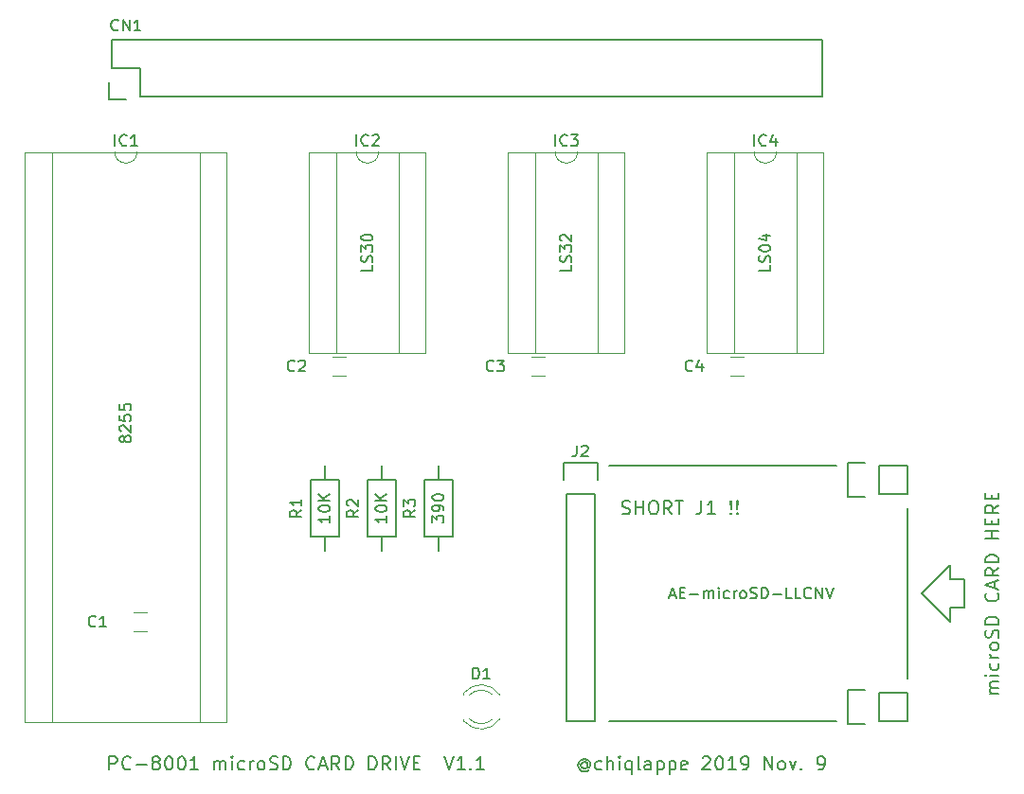
<source format=gbr>
G04 #@! TF.FileFunction,Legend,Top*
%FSLAX46Y46*%
G04 Gerber Fmt 4.6, Leading zero omitted, Abs format (unit mm)*
G04 Created by KiCad (PCBNEW 4.0.7) date *
%MOMM*%
%LPD*%
G01*
G04 APERTURE LIST*
%ADD10C,0.100000*%
%ADD11C,0.150000*%
%ADD12C,0.200000*%
%ADD13C,0.120000*%
G04 APERTURE END LIST*
D10*
D11*
X147886429Y-129511429D02*
X147829287Y-129454286D01*
X147715001Y-129397143D01*
X147600715Y-129397143D01*
X147486429Y-129454286D01*
X147429287Y-129511429D01*
X147372144Y-129625714D01*
X147372144Y-129740000D01*
X147429287Y-129854286D01*
X147486429Y-129911429D01*
X147600715Y-129968571D01*
X147715001Y-129968571D01*
X147829287Y-129911429D01*
X147886429Y-129854286D01*
X147886429Y-129397143D02*
X147886429Y-129854286D01*
X147943572Y-129911429D01*
X148000715Y-129911429D01*
X148115001Y-129854286D01*
X148172144Y-129740000D01*
X148172144Y-129454286D01*
X148057858Y-129282857D01*
X147886429Y-129168571D01*
X147657858Y-129111429D01*
X147429287Y-129168571D01*
X147257858Y-129282857D01*
X147143572Y-129454286D01*
X147086429Y-129682857D01*
X147143572Y-129911429D01*
X147257858Y-130082857D01*
X147429287Y-130197143D01*
X147657858Y-130254286D01*
X147886429Y-130197143D01*
X148057858Y-130082857D01*
X149200715Y-130025714D02*
X149086429Y-130082857D01*
X148857858Y-130082857D01*
X148743572Y-130025714D01*
X148686429Y-129968571D01*
X148629286Y-129854286D01*
X148629286Y-129511429D01*
X148686429Y-129397143D01*
X148743572Y-129340000D01*
X148857858Y-129282857D01*
X149086429Y-129282857D01*
X149200715Y-129340000D01*
X149715000Y-130082857D02*
X149715000Y-128882857D01*
X150229286Y-130082857D02*
X150229286Y-129454286D01*
X150172143Y-129340000D01*
X150057857Y-129282857D01*
X149886429Y-129282857D01*
X149772143Y-129340000D01*
X149715000Y-129397143D01*
X150800714Y-130082857D02*
X150800714Y-129282857D01*
X150800714Y-128882857D02*
X150743571Y-128940000D01*
X150800714Y-128997143D01*
X150857857Y-128940000D01*
X150800714Y-128882857D01*
X150800714Y-128997143D01*
X151886429Y-129282857D02*
X151886429Y-130482857D01*
X151886429Y-130025714D02*
X151772143Y-130082857D01*
X151543572Y-130082857D01*
X151429286Y-130025714D01*
X151372143Y-129968571D01*
X151315000Y-129854286D01*
X151315000Y-129511429D01*
X151372143Y-129397143D01*
X151429286Y-129340000D01*
X151543572Y-129282857D01*
X151772143Y-129282857D01*
X151886429Y-129340000D01*
X152629286Y-130082857D02*
X152515000Y-130025714D01*
X152457857Y-129911429D01*
X152457857Y-128882857D01*
X153600714Y-130082857D02*
X153600714Y-129454286D01*
X153543571Y-129340000D01*
X153429285Y-129282857D01*
X153200714Y-129282857D01*
X153086428Y-129340000D01*
X153600714Y-130025714D02*
X153486428Y-130082857D01*
X153200714Y-130082857D01*
X153086428Y-130025714D01*
X153029285Y-129911429D01*
X153029285Y-129797143D01*
X153086428Y-129682857D01*
X153200714Y-129625714D01*
X153486428Y-129625714D01*
X153600714Y-129568571D01*
X154172142Y-129282857D02*
X154172142Y-130482857D01*
X154172142Y-129340000D02*
X154286428Y-129282857D01*
X154514999Y-129282857D01*
X154629285Y-129340000D01*
X154686428Y-129397143D01*
X154743571Y-129511429D01*
X154743571Y-129854286D01*
X154686428Y-129968571D01*
X154629285Y-130025714D01*
X154514999Y-130082857D01*
X154286428Y-130082857D01*
X154172142Y-130025714D01*
X155257856Y-129282857D02*
X155257856Y-130482857D01*
X155257856Y-129340000D02*
X155372142Y-129282857D01*
X155600713Y-129282857D01*
X155714999Y-129340000D01*
X155772142Y-129397143D01*
X155829285Y-129511429D01*
X155829285Y-129854286D01*
X155772142Y-129968571D01*
X155714999Y-130025714D01*
X155600713Y-130082857D01*
X155372142Y-130082857D01*
X155257856Y-130025714D01*
X156800713Y-130025714D02*
X156686427Y-130082857D01*
X156457856Y-130082857D01*
X156343570Y-130025714D01*
X156286427Y-129911429D01*
X156286427Y-129454286D01*
X156343570Y-129340000D01*
X156457856Y-129282857D01*
X156686427Y-129282857D01*
X156800713Y-129340000D01*
X156857856Y-129454286D01*
X156857856Y-129568571D01*
X156286427Y-129682857D01*
X158229284Y-128997143D02*
X158286427Y-128940000D01*
X158400713Y-128882857D01*
X158686427Y-128882857D01*
X158800713Y-128940000D01*
X158857856Y-128997143D01*
X158914999Y-129111429D01*
X158914999Y-129225714D01*
X158857856Y-129397143D01*
X158172142Y-130082857D01*
X158914999Y-130082857D01*
X159657856Y-128882857D02*
X159772141Y-128882857D01*
X159886427Y-128940000D01*
X159943570Y-128997143D01*
X160000713Y-129111429D01*
X160057856Y-129340000D01*
X160057856Y-129625714D01*
X160000713Y-129854286D01*
X159943570Y-129968571D01*
X159886427Y-130025714D01*
X159772141Y-130082857D01*
X159657856Y-130082857D01*
X159543570Y-130025714D01*
X159486427Y-129968571D01*
X159429284Y-129854286D01*
X159372141Y-129625714D01*
X159372141Y-129340000D01*
X159429284Y-129111429D01*
X159486427Y-128997143D01*
X159543570Y-128940000D01*
X159657856Y-128882857D01*
X161200713Y-130082857D02*
X160514998Y-130082857D01*
X160857856Y-130082857D02*
X160857856Y-128882857D01*
X160743570Y-129054286D01*
X160629284Y-129168571D01*
X160514998Y-129225714D01*
X161772141Y-130082857D02*
X162000713Y-130082857D01*
X162114998Y-130025714D01*
X162172141Y-129968571D01*
X162286427Y-129797143D01*
X162343570Y-129568571D01*
X162343570Y-129111429D01*
X162286427Y-128997143D01*
X162229284Y-128940000D01*
X162114998Y-128882857D01*
X161886427Y-128882857D01*
X161772141Y-128940000D01*
X161714998Y-128997143D01*
X161657855Y-129111429D01*
X161657855Y-129397143D01*
X161714998Y-129511429D01*
X161772141Y-129568571D01*
X161886427Y-129625714D01*
X162114998Y-129625714D01*
X162229284Y-129568571D01*
X162286427Y-129511429D01*
X162343570Y-129397143D01*
X163772141Y-130082857D02*
X163772141Y-128882857D01*
X164457856Y-130082857D01*
X164457856Y-128882857D01*
X165200713Y-130082857D02*
X165086427Y-130025714D01*
X165029284Y-129968571D01*
X164972141Y-129854286D01*
X164972141Y-129511429D01*
X165029284Y-129397143D01*
X165086427Y-129340000D01*
X165200713Y-129282857D01*
X165372141Y-129282857D01*
X165486427Y-129340000D01*
X165543570Y-129397143D01*
X165600713Y-129511429D01*
X165600713Y-129854286D01*
X165543570Y-129968571D01*
X165486427Y-130025714D01*
X165372141Y-130082857D01*
X165200713Y-130082857D01*
X166000713Y-129282857D02*
X166286427Y-130082857D01*
X166572141Y-129282857D01*
X167029284Y-129968571D02*
X167086427Y-130025714D01*
X167029284Y-130082857D01*
X166972141Y-130025714D01*
X167029284Y-129968571D01*
X167029284Y-130082857D01*
X168572142Y-130082857D02*
X168800714Y-130082857D01*
X168914999Y-130025714D01*
X168972142Y-129968571D01*
X169086428Y-129797143D01*
X169143571Y-129568571D01*
X169143571Y-129111429D01*
X169086428Y-128997143D01*
X169029285Y-128940000D01*
X168914999Y-128882857D01*
X168686428Y-128882857D01*
X168572142Y-128940000D01*
X168514999Y-128997143D01*
X168457856Y-129111429D01*
X168457856Y-129397143D01*
X168514999Y-129511429D01*
X168572142Y-129568571D01*
X168686428Y-129625714D01*
X168914999Y-129625714D01*
X169029285Y-129568571D01*
X169086428Y-129511429D01*
X169143571Y-129397143D01*
X151038570Y-107165714D02*
X151209999Y-107222857D01*
X151495713Y-107222857D01*
X151609999Y-107165714D01*
X151667142Y-107108571D01*
X151724285Y-106994286D01*
X151724285Y-106880000D01*
X151667142Y-106765714D01*
X151609999Y-106708571D01*
X151495713Y-106651429D01*
X151267142Y-106594286D01*
X151152856Y-106537143D01*
X151095713Y-106480000D01*
X151038570Y-106365714D01*
X151038570Y-106251429D01*
X151095713Y-106137143D01*
X151152856Y-106080000D01*
X151267142Y-106022857D01*
X151552856Y-106022857D01*
X151724285Y-106080000D01*
X152238570Y-107222857D02*
X152238570Y-106022857D01*
X152238570Y-106594286D02*
X152924285Y-106594286D01*
X152924285Y-107222857D02*
X152924285Y-106022857D01*
X153724285Y-106022857D02*
X153952856Y-106022857D01*
X154067142Y-106080000D01*
X154181428Y-106194286D01*
X154238570Y-106422857D01*
X154238570Y-106822857D01*
X154181428Y-107051429D01*
X154067142Y-107165714D01*
X153952856Y-107222857D01*
X153724285Y-107222857D01*
X153609999Y-107165714D01*
X153495713Y-107051429D01*
X153438570Y-106822857D01*
X153438570Y-106422857D01*
X153495713Y-106194286D01*
X153609999Y-106080000D01*
X153724285Y-106022857D01*
X155438571Y-107222857D02*
X155038571Y-106651429D01*
X154752856Y-107222857D02*
X154752856Y-106022857D01*
X155209999Y-106022857D01*
X155324285Y-106080000D01*
X155381428Y-106137143D01*
X155438571Y-106251429D01*
X155438571Y-106422857D01*
X155381428Y-106537143D01*
X155324285Y-106594286D01*
X155209999Y-106651429D01*
X154752856Y-106651429D01*
X155781428Y-106022857D02*
X156467142Y-106022857D01*
X156124285Y-107222857D02*
X156124285Y-106022857D01*
X158124285Y-106022857D02*
X158124285Y-106880000D01*
X158067143Y-107051429D01*
X157952857Y-107165714D01*
X157781428Y-107222857D01*
X157667143Y-107222857D01*
X159324286Y-107222857D02*
X158638571Y-107222857D01*
X158981429Y-107222857D02*
X158981429Y-106022857D01*
X158867143Y-106194286D01*
X158752857Y-106308571D01*
X158638571Y-106365714D01*
X160752857Y-107108571D02*
X160810000Y-107165714D01*
X160752857Y-107222857D01*
X160695714Y-107165714D01*
X160752857Y-107108571D01*
X160752857Y-107222857D01*
X160752857Y-106765714D02*
X160695714Y-106080000D01*
X160752857Y-106022857D01*
X160810000Y-106080000D01*
X160752857Y-106765714D01*
X160752857Y-106022857D01*
X161324286Y-107108571D02*
X161381429Y-107165714D01*
X161324286Y-107222857D01*
X161267143Y-107165714D01*
X161324286Y-107108571D01*
X161324286Y-107222857D01*
X161324286Y-106765714D02*
X161267143Y-106080000D01*
X161324286Y-106022857D01*
X161381429Y-106080000D01*
X161324286Y-106765714D01*
X161324286Y-106022857D01*
D12*
X180340000Y-115570000D02*
X181610000Y-115570000D01*
X180340000Y-113030000D02*
X181610000Y-113030000D01*
D11*
X184692857Y-123242857D02*
X183892857Y-123242857D01*
X184007143Y-123242857D02*
X183950000Y-123185714D01*
X183892857Y-123071428D01*
X183892857Y-122900000D01*
X183950000Y-122785714D01*
X184064286Y-122728571D01*
X184692857Y-122728571D01*
X184064286Y-122728571D02*
X183950000Y-122671428D01*
X183892857Y-122557142D01*
X183892857Y-122385714D01*
X183950000Y-122271428D01*
X184064286Y-122214285D01*
X184692857Y-122214285D01*
X184692857Y-121642857D02*
X183892857Y-121642857D01*
X183492857Y-121642857D02*
X183550000Y-121700000D01*
X183607143Y-121642857D01*
X183550000Y-121585714D01*
X183492857Y-121642857D01*
X183607143Y-121642857D01*
X184635714Y-120557142D02*
X184692857Y-120671428D01*
X184692857Y-120899999D01*
X184635714Y-121014285D01*
X184578571Y-121071428D01*
X184464286Y-121128571D01*
X184121429Y-121128571D01*
X184007143Y-121071428D01*
X183950000Y-121014285D01*
X183892857Y-120899999D01*
X183892857Y-120671428D01*
X183950000Y-120557142D01*
X184692857Y-120042857D02*
X183892857Y-120042857D01*
X184121429Y-120042857D02*
X184007143Y-119985714D01*
X183950000Y-119928571D01*
X183892857Y-119814285D01*
X183892857Y-119700000D01*
X184692857Y-119128571D02*
X184635714Y-119242857D01*
X184578571Y-119300000D01*
X184464286Y-119357143D01*
X184121429Y-119357143D01*
X184007143Y-119300000D01*
X183950000Y-119242857D01*
X183892857Y-119128571D01*
X183892857Y-118957143D01*
X183950000Y-118842857D01*
X184007143Y-118785714D01*
X184121429Y-118728571D01*
X184464286Y-118728571D01*
X184578571Y-118785714D01*
X184635714Y-118842857D01*
X184692857Y-118957143D01*
X184692857Y-119128571D01*
X184635714Y-118271429D02*
X184692857Y-118100000D01*
X184692857Y-117814286D01*
X184635714Y-117700000D01*
X184578571Y-117642857D01*
X184464286Y-117585714D01*
X184350000Y-117585714D01*
X184235714Y-117642857D01*
X184178571Y-117700000D01*
X184121429Y-117814286D01*
X184064286Y-118042857D01*
X184007143Y-118157143D01*
X183950000Y-118214286D01*
X183835714Y-118271429D01*
X183721429Y-118271429D01*
X183607143Y-118214286D01*
X183550000Y-118157143D01*
X183492857Y-118042857D01*
X183492857Y-117757143D01*
X183550000Y-117585714D01*
X184692857Y-117071429D02*
X183492857Y-117071429D01*
X183492857Y-116785714D01*
X183550000Y-116614286D01*
X183664286Y-116500000D01*
X183778571Y-116442857D01*
X184007143Y-116385714D01*
X184178571Y-116385714D01*
X184407143Y-116442857D01*
X184521429Y-116500000D01*
X184635714Y-116614286D01*
X184692857Y-116785714D01*
X184692857Y-117071429D01*
X184578571Y-114271428D02*
X184635714Y-114328571D01*
X184692857Y-114500000D01*
X184692857Y-114614286D01*
X184635714Y-114785714D01*
X184521429Y-114900000D01*
X184407143Y-114957143D01*
X184178571Y-115014286D01*
X184007143Y-115014286D01*
X183778571Y-114957143D01*
X183664286Y-114900000D01*
X183550000Y-114785714D01*
X183492857Y-114614286D01*
X183492857Y-114500000D01*
X183550000Y-114328571D01*
X183607143Y-114271428D01*
X184350000Y-113814286D02*
X184350000Y-113242857D01*
X184692857Y-113928571D02*
X183492857Y-113528571D01*
X184692857Y-113128571D01*
X184692857Y-112042857D02*
X184121429Y-112442857D01*
X184692857Y-112728572D02*
X183492857Y-112728572D01*
X183492857Y-112271429D01*
X183550000Y-112157143D01*
X183607143Y-112100000D01*
X183721429Y-112042857D01*
X183892857Y-112042857D01*
X184007143Y-112100000D01*
X184064286Y-112157143D01*
X184121429Y-112271429D01*
X184121429Y-112728572D01*
X184692857Y-111528572D02*
X183492857Y-111528572D01*
X183492857Y-111242857D01*
X183550000Y-111071429D01*
X183664286Y-110957143D01*
X183778571Y-110900000D01*
X184007143Y-110842857D01*
X184178571Y-110842857D01*
X184407143Y-110900000D01*
X184521429Y-110957143D01*
X184635714Y-111071429D01*
X184692857Y-111242857D01*
X184692857Y-111528572D01*
X184692857Y-109414286D02*
X183492857Y-109414286D01*
X184064286Y-109414286D02*
X184064286Y-108728571D01*
X184692857Y-108728571D02*
X183492857Y-108728571D01*
X184064286Y-108157143D02*
X184064286Y-107757143D01*
X184692857Y-107585714D02*
X184692857Y-108157143D01*
X183492857Y-108157143D01*
X183492857Y-107585714D01*
X184692857Y-106385714D02*
X184121429Y-106785714D01*
X184692857Y-107071429D02*
X183492857Y-107071429D01*
X183492857Y-106614286D01*
X183550000Y-106500000D01*
X183607143Y-106442857D01*
X183721429Y-106385714D01*
X183892857Y-106385714D01*
X184007143Y-106442857D01*
X184064286Y-106500000D01*
X184121429Y-106614286D01*
X184121429Y-107071429D01*
X184064286Y-105871429D02*
X184064286Y-105471429D01*
X184692857Y-105300000D02*
X184692857Y-105871429D01*
X183492857Y-105871429D01*
X183492857Y-105300000D01*
D12*
X180340000Y-116840000D02*
X177800000Y-114300000D01*
X180340000Y-115570000D02*
X180340000Y-116840000D01*
X181610000Y-113030000D02*
X181610000Y-115570000D01*
X180340000Y-111760000D02*
X180340000Y-113030000D01*
X177800000Y-114300000D02*
X180340000Y-111760000D01*
X176530000Y-106680000D02*
X176530000Y-121920000D01*
X149860000Y-125730000D02*
X170180000Y-125730000D01*
X149860000Y-102870000D02*
X170180000Y-102870000D01*
D11*
X105205715Y-130082857D02*
X105205715Y-128882857D01*
X105662858Y-128882857D01*
X105777144Y-128940000D01*
X105834287Y-128997143D01*
X105891430Y-129111429D01*
X105891430Y-129282857D01*
X105834287Y-129397143D01*
X105777144Y-129454286D01*
X105662858Y-129511429D01*
X105205715Y-129511429D01*
X107091430Y-129968571D02*
X107034287Y-130025714D01*
X106862858Y-130082857D01*
X106748572Y-130082857D01*
X106577144Y-130025714D01*
X106462858Y-129911429D01*
X106405715Y-129797143D01*
X106348572Y-129568571D01*
X106348572Y-129397143D01*
X106405715Y-129168571D01*
X106462858Y-129054286D01*
X106577144Y-128940000D01*
X106748572Y-128882857D01*
X106862858Y-128882857D01*
X107034287Y-128940000D01*
X107091430Y-128997143D01*
X107605715Y-129625714D02*
X108520001Y-129625714D01*
X109262858Y-129397143D02*
X109148572Y-129340000D01*
X109091429Y-129282857D01*
X109034286Y-129168571D01*
X109034286Y-129111429D01*
X109091429Y-128997143D01*
X109148572Y-128940000D01*
X109262858Y-128882857D01*
X109491429Y-128882857D01*
X109605715Y-128940000D01*
X109662858Y-128997143D01*
X109720001Y-129111429D01*
X109720001Y-129168571D01*
X109662858Y-129282857D01*
X109605715Y-129340000D01*
X109491429Y-129397143D01*
X109262858Y-129397143D01*
X109148572Y-129454286D01*
X109091429Y-129511429D01*
X109034286Y-129625714D01*
X109034286Y-129854286D01*
X109091429Y-129968571D01*
X109148572Y-130025714D01*
X109262858Y-130082857D01*
X109491429Y-130082857D01*
X109605715Y-130025714D01*
X109662858Y-129968571D01*
X109720001Y-129854286D01*
X109720001Y-129625714D01*
X109662858Y-129511429D01*
X109605715Y-129454286D01*
X109491429Y-129397143D01*
X110462858Y-128882857D02*
X110577143Y-128882857D01*
X110691429Y-128940000D01*
X110748572Y-128997143D01*
X110805715Y-129111429D01*
X110862858Y-129340000D01*
X110862858Y-129625714D01*
X110805715Y-129854286D01*
X110748572Y-129968571D01*
X110691429Y-130025714D01*
X110577143Y-130082857D01*
X110462858Y-130082857D01*
X110348572Y-130025714D01*
X110291429Y-129968571D01*
X110234286Y-129854286D01*
X110177143Y-129625714D01*
X110177143Y-129340000D01*
X110234286Y-129111429D01*
X110291429Y-128997143D01*
X110348572Y-128940000D01*
X110462858Y-128882857D01*
X111605715Y-128882857D02*
X111720000Y-128882857D01*
X111834286Y-128940000D01*
X111891429Y-128997143D01*
X111948572Y-129111429D01*
X112005715Y-129340000D01*
X112005715Y-129625714D01*
X111948572Y-129854286D01*
X111891429Y-129968571D01*
X111834286Y-130025714D01*
X111720000Y-130082857D01*
X111605715Y-130082857D01*
X111491429Y-130025714D01*
X111434286Y-129968571D01*
X111377143Y-129854286D01*
X111320000Y-129625714D01*
X111320000Y-129340000D01*
X111377143Y-129111429D01*
X111434286Y-128997143D01*
X111491429Y-128940000D01*
X111605715Y-128882857D01*
X113148572Y-130082857D02*
X112462857Y-130082857D01*
X112805715Y-130082857D02*
X112805715Y-128882857D01*
X112691429Y-129054286D01*
X112577143Y-129168571D01*
X112462857Y-129225714D01*
X114577143Y-130082857D02*
X114577143Y-129282857D01*
X114577143Y-129397143D02*
X114634286Y-129340000D01*
X114748572Y-129282857D01*
X114920000Y-129282857D01*
X115034286Y-129340000D01*
X115091429Y-129454286D01*
X115091429Y-130082857D01*
X115091429Y-129454286D02*
X115148572Y-129340000D01*
X115262858Y-129282857D01*
X115434286Y-129282857D01*
X115548572Y-129340000D01*
X115605715Y-129454286D01*
X115605715Y-130082857D01*
X116177143Y-130082857D02*
X116177143Y-129282857D01*
X116177143Y-128882857D02*
X116120000Y-128940000D01*
X116177143Y-128997143D01*
X116234286Y-128940000D01*
X116177143Y-128882857D01*
X116177143Y-128997143D01*
X117262858Y-130025714D02*
X117148572Y-130082857D01*
X116920001Y-130082857D01*
X116805715Y-130025714D01*
X116748572Y-129968571D01*
X116691429Y-129854286D01*
X116691429Y-129511429D01*
X116748572Y-129397143D01*
X116805715Y-129340000D01*
X116920001Y-129282857D01*
X117148572Y-129282857D01*
X117262858Y-129340000D01*
X117777143Y-130082857D02*
X117777143Y-129282857D01*
X117777143Y-129511429D02*
X117834286Y-129397143D01*
X117891429Y-129340000D01*
X118005715Y-129282857D01*
X118120000Y-129282857D01*
X118691429Y-130082857D02*
X118577143Y-130025714D01*
X118520000Y-129968571D01*
X118462857Y-129854286D01*
X118462857Y-129511429D01*
X118520000Y-129397143D01*
X118577143Y-129340000D01*
X118691429Y-129282857D01*
X118862857Y-129282857D01*
X118977143Y-129340000D01*
X119034286Y-129397143D01*
X119091429Y-129511429D01*
X119091429Y-129854286D01*
X119034286Y-129968571D01*
X118977143Y-130025714D01*
X118862857Y-130082857D01*
X118691429Y-130082857D01*
X119548571Y-130025714D02*
X119720000Y-130082857D01*
X120005714Y-130082857D01*
X120120000Y-130025714D01*
X120177143Y-129968571D01*
X120234286Y-129854286D01*
X120234286Y-129740000D01*
X120177143Y-129625714D01*
X120120000Y-129568571D01*
X120005714Y-129511429D01*
X119777143Y-129454286D01*
X119662857Y-129397143D01*
X119605714Y-129340000D01*
X119548571Y-129225714D01*
X119548571Y-129111429D01*
X119605714Y-128997143D01*
X119662857Y-128940000D01*
X119777143Y-128882857D01*
X120062857Y-128882857D01*
X120234286Y-128940000D01*
X120748571Y-130082857D02*
X120748571Y-128882857D01*
X121034286Y-128882857D01*
X121205714Y-128940000D01*
X121320000Y-129054286D01*
X121377143Y-129168571D01*
X121434286Y-129397143D01*
X121434286Y-129568571D01*
X121377143Y-129797143D01*
X121320000Y-129911429D01*
X121205714Y-130025714D01*
X121034286Y-130082857D01*
X120748571Y-130082857D01*
X123548572Y-129968571D02*
X123491429Y-130025714D01*
X123320000Y-130082857D01*
X123205714Y-130082857D01*
X123034286Y-130025714D01*
X122920000Y-129911429D01*
X122862857Y-129797143D01*
X122805714Y-129568571D01*
X122805714Y-129397143D01*
X122862857Y-129168571D01*
X122920000Y-129054286D01*
X123034286Y-128940000D01*
X123205714Y-128882857D01*
X123320000Y-128882857D01*
X123491429Y-128940000D01*
X123548572Y-128997143D01*
X124005714Y-129740000D02*
X124577143Y-129740000D01*
X123891429Y-130082857D02*
X124291429Y-128882857D01*
X124691429Y-130082857D01*
X125777143Y-130082857D02*
X125377143Y-129511429D01*
X125091428Y-130082857D02*
X125091428Y-128882857D01*
X125548571Y-128882857D01*
X125662857Y-128940000D01*
X125720000Y-128997143D01*
X125777143Y-129111429D01*
X125777143Y-129282857D01*
X125720000Y-129397143D01*
X125662857Y-129454286D01*
X125548571Y-129511429D01*
X125091428Y-129511429D01*
X126291428Y-130082857D02*
X126291428Y-128882857D01*
X126577143Y-128882857D01*
X126748571Y-128940000D01*
X126862857Y-129054286D01*
X126920000Y-129168571D01*
X126977143Y-129397143D01*
X126977143Y-129568571D01*
X126920000Y-129797143D01*
X126862857Y-129911429D01*
X126748571Y-130025714D01*
X126577143Y-130082857D01*
X126291428Y-130082857D01*
X128405714Y-130082857D02*
X128405714Y-128882857D01*
X128691429Y-128882857D01*
X128862857Y-128940000D01*
X128977143Y-129054286D01*
X129034286Y-129168571D01*
X129091429Y-129397143D01*
X129091429Y-129568571D01*
X129034286Y-129797143D01*
X128977143Y-129911429D01*
X128862857Y-130025714D01*
X128691429Y-130082857D01*
X128405714Y-130082857D01*
X130291429Y-130082857D02*
X129891429Y-129511429D01*
X129605714Y-130082857D02*
X129605714Y-128882857D01*
X130062857Y-128882857D01*
X130177143Y-128940000D01*
X130234286Y-128997143D01*
X130291429Y-129111429D01*
X130291429Y-129282857D01*
X130234286Y-129397143D01*
X130177143Y-129454286D01*
X130062857Y-129511429D01*
X129605714Y-129511429D01*
X130805714Y-130082857D02*
X130805714Y-128882857D01*
X131205715Y-128882857D02*
X131605715Y-130082857D01*
X132005715Y-128882857D01*
X132405714Y-129454286D02*
X132805714Y-129454286D01*
X132977143Y-130082857D02*
X132405714Y-130082857D01*
X132405714Y-128882857D01*
X132977143Y-128882857D01*
X135148572Y-128882857D02*
X135548572Y-130082857D01*
X135948572Y-128882857D01*
X136977143Y-130082857D02*
X136291428Y-130082857D01*
X136634286Y-130082857D02*
X136634286Y-128882857D01*
X136520000Y-129054286D01*
X136405714Y-129168571D01*
X136291428Y-129225714D01*
X137491428Y-129968571D02*
X137548571Y-130025714D01*
X137491428Y-130082857D01*
X137434285Y-130025714D01*
X137491428Y-129968571D01*
X137491428Y-130082857D01*
X138691429Y-130082857D02*
X138005714Y-130082857D01*
X138348572Y-130082857D02*
X138348572Y-128882857D01*
X138234286Y-129054286D01*
X138120000Y-129168571D01*
X138005714Y-129225714D01*
X130810000Y-104140000D02*
X130810000Y-109220000D01*
X130810000Y-109220000D02*
X128270000Y-109220000D01*
X128270000Y-109220000D02*
X128270000Y-104140000D01*
X128270000Y-104140000D02*
X130810000Y-104140000D01*
X129540000Y-104140000D02*
X129540000Y-102870000D01*
X129540000Y-109220000D02*
X129540000Y-110490000D01*
X125730000Y-104140000D02*
X125730000Y-109220000D01*
X125730000Y-109220000D02*
X123190000Y-109220000D01*
X123190000Y-109220000D02*
X123190000Y-104140000D01*
X123190000Y-104140000D02*
X125730000Y-104140000D01*
X124460000Y-104140000D02*
X124460000Y-102870000D01*
X124460000Y-109220000D02*
X124460000Y-110490000D01*
D13*
X108557000Y-117701000D02*
X107383000Y-117701000D01*
X108557000Y-115979000D02*
X107383000Y-115979000D01*
X126337000Y-94841000D02*
X125163000Y-94841000D01*
X126337000Y-93119000D02*
X125163000Y-93119000D01*
X161897000Y-94841000D02*
X160723000Y-94841000D01*
X161897000Y-93119000D02*
X160723000Y-93119000D01*
X105680000Y-74810000D02*
X100100000Y-74810000D01*
X100100000Y-74810000D02*
X100100000Y-125850000D01*
X100100000Y-125850000D02*
X113260000Y-125850000D01*
X113260000Y-125850000D02*
X113260000Y-74810000D01*
X113260000Y-74810000D02*
X107680000Y-74810000D01*
X97670000Y-74810000D02*
X97670000Y-125850000D01*
X97670000Y-125850000D02*
X115690000Y-125850000D01*
X115690000Y-125850000D02*
X115690000Y-74810000D01*
X115690000Y-74810000D02*
X97670000Y-74810000D01*
X107680000Y-74810000D02*
G75*
G02X105680000Y-74810000I-1000000J0D01*
G01*
X127270000Y-74810000D02*
X125500000Y-74810000D01*
X125500000Y-74810000D02*
X125500000Y-92830000D01*
X125500000Y-92830000D02*
X131040000Y-92830000D01*
X131040000Y-92830000D02*
X131040000Y-74810000D01*
X131040000Y-74810000D02*
X129270000Y-74810000D01*
X123070000Y-74810000D02*
X123070000Y-92830000D01*
X123070000Y-92830000D02*
X133470000Y-92830000D01*
X133470000Y-92830000D02*
X133470000Y-74810000D01*
X133470000Y-74810000D02*
X123070000Y-74810000D01*
X129270000Y-74810000D02*
G75*
G02X127270000Y-74810000I-1000000J0D01*
G01*
X145050000Y-74810000D02*
X143280000Y-74810000D01*
X143280000Y-74810000D02*
X143280000Y-92830000D01*
X143280000Y-92830000D02*
X148820000Y-92830000D01*
X148820000Y-92830000D02*
X148820000Y-74810000D01*
X148820000Y-74810000D02*
X147050000Y-74810000D01*
X140850000Y-74810000D02*
X140850000Y-92830000D01*
X140850000Y-92830000D02*
X151250000Y-92830000D01*
X151250000Y-92830000D02*
X151250000Y-74810000D01*
X151250000Y-74810000D02*
X140850000Y-74810000D01*
X147050000Y-74810000D02*
G75*
G02X145050000Y-74810000I-1000000J0D01*
G01*
X162830000Y-74810000D02*
X161060000Y-74810000D01*
X161060000Y-74810000D02*
X161060000Y-92830000D01*
X161060000Y-92830000D02*
X166600000Y-92830000D01*
X166600000Y-92830000D02*
X166600000Y-74810000D01*
X166600000Y-74810000D02*
X164830000Y-74810000D01*
X158630000Y-74810000D02*
X158630000Y-92830000D01*
X158630000Y-92830000D02*
X169030000Y-92830000D01*
X169030000Y-92830000D02*
X169030000Y-74810000D01*
X169030000Y-74810000D02*
X158630000Y-74810000D01*
X164830000Y-74810000D02*
G75*
G02X162830000Y-74810000I-1000000J0D01*
G01*
X144117000Y-94841000D02*
X142943000Y-94841000D01*
X144117000Y-93119000D02*
X142943000Y-93119000D01*
D11*
X148590000Y-105410000D02*
X148590000Y-125730000D01*
X148590000Y-125730000D02*
X146050000Y-125730000D01*
X146050000Y-125730000D02*
X146050000Y-105410000D01*
X148870000Y-102590000D02*
X148870000Y-104140000D01*
X148590000Y-105410000D02*
X146050000Y-105410000D01*
X145770000Y-104140000D02*
X145770000Y-102590000D01*
X145770000Y-102590000D02*
X148870000Y-102590000D01*
D13*
X140102335Y-123381392D02*
G75*
G03X136870000Y-123224484I-1672335J-1078608D01*
G01*
X140102335Y-125538608D02*
G75*
G02X136870000Y-125695516I-1672335J1078608D01*
G01*
X139471130Y-123380163D02*
G75*
G03X137389039Y-123380000I-1041130J-1079837D01*
G01*
X139471130Y-125539837D02*
G75*
G02X137389039Y-125540000I-1041130J1079837D01*
G01*
X136870000Y-123224000D02*
X136870000Y-123380000D01*
X136870000Y-125540000D02*
X136870000Y-125696000D01*
D11*
X135890000Y-104140000D02*
X135890000Y-109220000D01*
X135890000Y-109220000D02*
X133350000Y-109220000D01*
X133350000Y-109220000D02*
X133350000Y-104140000D01*
X133350000Y-104140000D02*
X135890000Y-104140000D01*
X134620000Y-104140000D02*
X134620000Y-102870000D01*
X134620000Y-109220000D02*
X134620000Y-110490000D01*
X173990000Y-102870000D02*
X176530000Y-102870000D01*
X171170000Y-102590000D02*
X172720000Y-102590000D01*
X173990000Y-102870000D02*
X173990000Y-105410000D01*
X172720000Y-105690000D02*
X171170000Y-105690000D01*
X171170000Y-105690000D02*
X171170000Y-102590000D01*
X173990000Y-105410000D02*
X176530000Y-105410000D01*
X176530000Y-105410000D02*
X176530000Y-102870000D01*
X173990000Y-123190000D02*
X176530000Y-123190000D01*
X171170000Y-122910000D02*
X172720000Y-122910000D01*
X173990000Y-123190000D02*
X173990000Y-125730000D01*
X172720000Y-126010000D02*
X171170000Y-126010000D01*
X171170000Y-126010000D02*
X171170000Y-122910000D01*
X173990000Y-125730000D02*
X176530000Y-125730000D01*
X176530000Y-125730000D02*
X176530000Y-123190000D01*
X107950000Y-69850000D02*
X168910000Y-69850000D01*
X168910000Y-64770000D02*
X105410000Y-64770000D01*
X168910000Y-64770000D02*
X168910000Y-69850000D01*
X105410000Y-64770000D02*
X105410000Y-67310000D01*
X105130000Y-68580000D02*
X105130000Y-70130000D01*
X105410000Y-67310000D02*
X107950000Y-67310000D01*
X107950000Y-67310000D02*
X107950000Y-69850000D01*
X105130000Y-70130000D02*
X106680000Y-70130000D01*
X127452381Y-106846666D02*
X126976190Y-107180000D01*
X127452381Y-107418095D02*
X126452381Y-107418095D01*
X126452381Y-107037142D01*
X126500000Y-106941904D01*
X126547619Y-106894285D01*
X126642857Y-106846666D01*
X126785714Y-106846666D01*
X126880952Y-106894285D01*
X126928571Y-106941904D01*
X126976190Y-107037142D01*
X126976190Y-107418095D01*
X126547619Y-106465714D02*
X126500000Y-106418095D01*
X126452381Y-106322857D01*
X126452381Y-106084761D01*
X126500000Y-105989523D01*
X126547619Y-105941904D01*
X126642857Y-105894285D01*
X126738095Y-105894285D01*
X126880952Y-105941904D01*
X127452381Y-106513333D01*
X127452381Y-105894285D01*
X129992381Y-107370476D02*
X129992381Y-107941905D01*
X129992381Y-107656191D02*
X128992381Y-107656191D01*
X129135238Y-107751429D01*
X129230476Y-107846667D01*
X129278095Y-107941905D01*
X128992381Y-106751429D02*
X128992381Y-106656190D01*
X129040000Y-106560952D01*
X129087619Y-106513333D01*
X129182857Y-106465714D01*
X129373333Y-106418095D01*
X129611429Y-106418095D01*
X129801905Y-106465714D01*
X129897143Y-106513333D01*
X129944762Y-106560952D01*
X129992381Y-106656190D01*
X129992381Y-106751429D01*
X129944762Y-106846667D01*
X129897143Y-106894286D01*
X129801905Y-106941905D01*
X129611429Y-106989524D01*
X129373333Y-106989524D01*
X129182857Y-106941905D01*
X129087619Y-106894286D01*
X129040000Y-106846667D01*
X128992381Y-106751429D01*
X129992381Y-105989524D02*
X128992381Y-105989524D01*
X129992381Y-105418095D02*
X129420952Y-105846667D01*
X128992381Y-105418095D02*
X129563810Y-105989524D01*
X122372381Y-106846666D02*
X121896190Y-107180000D01*
X122372381Y-107418095D02*
X121372381Y-107418095D01*
X121372381Y-107037142D01*
X121420000Y-106941904D01*
X121467619Y-106894285D01*
X121562857Y-106846666D01*
X121705714Y-106846666D01*
X121800952Y-106894285D01*
X121848571Y-106941904D01*
X121896190Y-107037142D01*
X121896190Y-107418095D01*
X122372381Y-105894285D02*
X122372381Y-106465714D01*
X122372381Y-106180000D02*
X121372381Y-106180000D01*
X121515238Y-106275238D01*
X121610476Y-106370476D01*
X121658095Y-106465714D01*
X124912381Y-107370476D02*
X124912381Y-107941905D01*
X124912381Y-107656191D02*
X123912381Y-107656191D01*
X124055238Y-107751429D01*
X124150476Y-107846667D01*
X124198095Y-107941905D01*
X123912381Y-106751429D02*
X123912381Y-106656190D01*
X123960000Y-106560952D01*
X124007619Y-106513333D01*
X124102857Y-106465714D01*
X124293333Y-106418095D01*
X124531429Y-106418095D01*
X124721905Y-106465714D01*
X124817143Y-106513333D01*
X124864762Y-106560952D01*
X124912381Y-106656190D01*
X124912381Y-106751429D01*
X124864762Y-106846667D01*
X124817143Y-106894286D01*
X124721905Y-106941905D01*
X124531429Y-106989524D01*
X124293333Y-106989524D01*
X124102857Y-106941905D01*
X124007619Y-106894286D01*
X123960000Y-106846667D01*
X123912381Y-106751429D01*
X124912381Y-105989524D02*
X123912381Y-105989524D01*
X124912381Y-105418095D02*
X124340952Y-105846667D01*
X123912381Y-105418095D02*
X124483810Y-105989524D01*
X103973334Y-117197143D02*
X103925715Y-117244762D01*
X103782858Y-117292381D01*
X103687620Y-117292381D01*
X103544762Y-117244762D01*
X103449524Y-117149524D01*
X103401905Y-117054286D01*
X103354286Y-116863810D01*
X103354286Y-116720952D01*
X103401905Y-116530476D01*
X103449524Y-116435238D01*
X103544762Y-116340000D01*
X103687620Y-116292381D01*
X103782858Y-116292381D01*
X103925715Y-116340000D01*
X103973334Y-116387619D01*
X104925715Y-117292381D02*
X104354286Y-117292381D01*
X104640000Y-117292381D02*
X104640000Y-116292381D01*
X104544762Y-116435238D01*
X104449524Y-116530476D01*
X104354286Y-116578095D01*
X121753334Y-94337143D02*
X121705715Y-94384762D01*
X121562858Y-94432381D01*
X121467620Y-94432381D01*
X121324762Y-94384762D01*
X121229524Y-94289524D01*
X121181905Y-94194286D01*
X121134286Y-94003810D01*
X121134286Y-93860952D01*
X121181905Y-93670476D01*
X121229524Y-93575238D01*
X121324762Y-93480000D01*
X121467620Y-93432381D01*
X121562858Y-93432381D01*
X121705715Y-93480000D01*
X121753334Y-93527619D01*
X122134286Y-93527619D02*
X122181905Y-93480000D01*
X122277143Y-93432381D01*
X122515239Y-93432381D01*
X122610477Y-93480000D01*
X122658096Y-93527619D01*
X122705715Y-93622857D01*
X122705715Y-93718095D01*
X122658096Y-93860952D01*
X122086667Y-94432381D01*
X122705715Y-94432381D01*
X157313334Y-94337143D02*
X157265715Y-94384762D01*
X157122858Y-94432381D01*
X157027620Y-94432381D01*
X156884762Y-94384762D01*
X156789524Y-94289524D01*
X156741905Y-94194286D01*
X156694286Y-94003810D01*
X156694286Y-93860952D01*
X156741905Y-93670476D01*
X156789524Y-93575238D01*
X156884762Y-93480000D01*
X157027620Y-93432381D01*
X157122858Y-93432381D01*
X157265715Y-93480000D01*
X157313334Y-93527619D01*
X158170477Y-93765714D02*
X158170477Y-94432381D01*
X157932381Y-93384762D02*
X157694286Y-94099048D01*
X158313334Y-94099048D01*
X105703810Y-74262381D02*
X105703810Y-73262381D01*
X106751429Y-74167143D02*
X106703810Y-74214762D01*
X106560953Y-74262381D01*
X106465715Y-74262381D01*
X106322857Y-74214762D01*
X106227619Y-74119524D01*
X106180000Y-74024286D01*
X106132381Y-73833810D01*
X106132381Y-73690952D01*
X106180000Y-73500476D01*
X106227619Y-73405238D01*
X106322857Y-73310000D01*
X106465715Y-73262381D01*
X106560953Y-73262381D01*
X106703810Y-73310000D01*
X106751429Y-73357619D01*
X107703810Y-74262381D02*
X107132381Y-74262381D01*
X107418095Y-74262381D02*
X107418095Y-73262381D01*
X107322857Y-73405238D01*
X107227619Y-73500476D01*
X107132381Y-73548095D01*
X106560952Y-100583810D02*
X106513333Y-100679048D01*
X106465714Y-100726667D01*
X106370476Y-100774286D01*
X106322857Y-100774286D01*
X106227619Y-100726667D01*
X106180000Y-100679048D01*
X106132381Y-100583810D01*
X106132381Y-100393333D01*
X106180000Y-100298095D01*
X106227619Y-100250476D01*
X106322857Y-100202857D01*
X106370476Y-100202857D01*
X106465714Y-100250476D01*
X106513333Y-100298095D01*
X106560952Y-100393333D01*
X106560952Y-100583810D01*
X106608571Y-100679048D01*
X106656190Y-100726667D01*
X106751429Y-100774286D01*
X106941905Y-100774286D01*
X107037143Y-100726667D01*
X107084762Y-100679048D01*
X107132381Y-100583810D01*
X107132381Y-100393333D01*
X107084762Y-100298095D01*
X107037143Y-100250476D01*
X106941905Y-100202857D01*
X106751429Y-100202857D01*
X106656190Y-100250476D01*
X106608571Y-100298095D01*
X106560952Y-100393333D01*
X106227619Y-99821905D02*
X106180000Y-99774286D01*
X106132381Y-99679048D01*
X106132381Y-99440952D01*
X106180000Y-99345714D01*
X106227619Y-99298095D01*
X106322857Y-99250476D01*
X106418095Y-99250476D01*
X106560952Y-99298095D01*
X107132381Y-99869524D01*
X107132381Y-99250476D01*
X106132381Y-98345714D02*
X106132381Y-98821905D01*
X106608571Y-98869524D01*
X106560952Y-98821905D01*
X106513333Y-98726667D01*
X106513333Y-98488571D01*
X106560952Y-98393333D01*
X106608571Y-98345714D01*
X106703810Y-98298095D01*
X106941905Y-98298095D01*
X107037143Y-98345714D01*
X107084762Y-98393333D01*
X107132381Y-98488571D01*
X107132381Y-98726667D01*
X107084762Y-98821905D01*
X107037143Y-98869524D01*
X106132381Y-97393333D02*
X106132381Y-97869524D01*
X106608571Y-97917143D01*
X106560952Y-97869524D01*
X106513333Y-97774286D01*
X106513333Y-97536190D01*
X106560952Y-97440952D01*
X106608571Y-97393333D01*
X106703810Y-97345714D01*
X106941905Y-97345714D01*
X107037143Y-97393333D01*
X107084762Y-97440952D01*
X107132381Y-97536190D01*
X107132381Y-97774286D01*
X107084762Y-97869524D01*
X107037143Y-97917143D01*
X127293810Y-74262381D02*
X127293810Y-73262381D01*
X128341429Y-74167143D02*
X128293810Y-74214762D01*
X128150953Y-74262381D01*
X128055715Y-74262381D01*
X127912857Y-74214762D01*
X127817619Y-74119524D01*
X127770000Y-74024286D01*
X127722381Y-73833810D01*
X127722381Y-73690952D01*
X127770000Y-73500476D01*
X127817619Y-73405238D01*
X127912857Y-73310000D01*
X128055715Y-73262381D01*
X128150953Y-73262381D01*
X128293810Y-73310000D01*
X128341429Y-73357619D01*
X128722381Y-73357619D02*
X128770000Y-73310000D01*
X128865238Y-73262381D01*
X129103334Y-73262381D01*
X129198572Y-73310000D01*
X129246191Y-73357619D01*
X129293810Y-73452857D01*
X129293810Y-73548095D01*
X129246191Y-73690952D01*
X128674762Y-74262381D01*
X129293810Y-74262381D01*
X128722381Y-84939047D02*
X128722381Y-85415238D01*
X127722381Y-85415238D01*
X128674762Y-84653333D02*
X128722381Y-84510476D01*
X128722381Y-84272380D01*
X128674762Y-84177142D01*
X128627143Y-84129523D01*
X128531905Y-84081904D01*
X128436667Y-84081904D01*
X128341429Y-84129523D01*
X128293810Y-84177142D01*
X128246190Y-84272380D01*
X128198571Y-84462857D01*
X128150952Y-84558095D01*
X128103333Y-84605714D01*
X128008095Y-84653333D01*
X127912857Y-84653333D01*
X127817619Y-84605714D01*
X127770000Y-84558095D01*
X127722381Y-84462857D01*
X127722381Y-84224761D01*
X127770000Y-84081904D01*
X127722381Y-83748571D02*
X127722381Y-83129523D01*
X128103333Y-83462857D01*
X128103333Y-83319999D01*
X128150952Y-83224761D01*
X128198571Y-83177142D01*
X128293810Y-83129523D01*
X128531905Y-83129523D01*
X128627143Y-83177142D01*
X128674762Y-83224761D01*
X128722381Y-83319999D01*
X128722381Y-83605714D01*
X128674762Y-83700952D01*
X128627143Y-83748571D01*
X127722381Y-82510476D02*
X127722381Y-82415237D01*
X127770000Y-82319999D01*
X127817619Y-82272380D01*
X127912857Y-82224761D01*
X128103333Y-82177142D01*
X128341429Y-82177142D01*
X128531905Y-82224761D01*
X128627143Y-82272380D01*
X128674762Y-82319999D01*
X128722381Y-82415237D01*
X128722381Y-82510476D01*
X128674762Y-82605714D01*
X128627143Y-82653333D01*
X128531905Y-82700952D01*
X128341429Y-82748571D01*
X128103333Y-82748571D01*
X127912857Y-82700952D01*
X127817619Y-82653333D01*
X127770000Y-82605714D01*
X127722381Y-82510476D01*
X145073810Y-74262381D02*
X145073810Y-73262381D01*
X146121429Y-74167143D02*
X146073810Y-74214762D01*
X145930953Y-74262381D01*
X145835715Y-74262381D01*
X145692857Y-74214762D01*
X145597619Y-74119524D01*
X145550000Y-74024286D01*
X145502381Y-73833810D01*
X145502381Y-73690952D01*
X145550000Y-73500476D01*
X145597619Y-73405238D01*
X145692857Y-73310000D01*
X145835715Y-73262381D01*
X145930953Y-73262381D01*
X146073810Y-73310000D01*
X146121429Y-73357619D01*
X146454762Y-73262381D02*
X147073810Y-73262381D01*
X146740476Y-73643333D01*
X146883334Y-73643333D01*
X146978572Y-73690952D01*
X147026191Y-73738571D01*
X147073810Y-73833810D01*
X147073810Y-74071905D01*
X147026191Y-74167143D01*
X146978572Y-74214762D01*
X146883334Y-74262381D01*
X146597619Y-74262381D01*
X146502381Y-74214762D01*
X146454762Y-74167143D01*
X146502381Y-84939047D02*
X146502381Y-85415238D01*
X145502381Y-85415238D01*
X146454762Y-84653333D02*
X146502381Y-84510476D01*
X146502381Y-84272380D01*
X146454762Y-84177142D01*
X146407143Y-84129523D01*
X146311905Y-84081904D01*
X146216667Y-84081904D01*
X146121429Y-84129523D01*
X146073810Y-84177142D01*
X146026190Y-84272380D01*
X145978571Y-84462857D01*
X145930952Y-84558095D01*
X145883333Y-84605714D01*
X145788095Y-84653333D01*
X145692857Y-84653333D01*
X145597619Y-84605714D01*
X145550000Y-84558095D01*
X145502381Y-84462857D01*
X145502381Y-84224761D01*
X145550000Y-84081904D01*
X145502381Y-83748571D02*
X145502381Y-83129523D01*
X145883333Y-83462857D01*
X145883333Y-83319999D01*
X145930952Y-83224761D01*
X145978571Y-83177142D01*
X146073810Y-83129523D01*
X146311905Y-83129523D01*
X146407143Y-83177142D01*
X146454762Y-83224761D01*
X146502381Y-83319999D01*
X146502381Y-83605714D01*
X146454762Y-83700952D01*
X146407143Y-83748571D01*
X145597619Y-82748571D02*
X145550000Y-82700952D01*
X145502381Y-82605714D01*
X145502381Y-82367618D01*
X145550000Y-82272380D01*
X145597619Y-82224761D01*
X145692857Y-82177142D01*
X145788095Y-82177142D01*
X145930952Y-82224761D01*
X146502381Y-82796190D01*
X146502381Y-82177142D01*
X162853810Y-74262381D02*
X162853810Y-73262381D01*
X163901429Y-74167143D02*
X163853810Y-74214762D01*
X163710953Y-74262381D01*
X163615715Y-74262381D01*
X163472857Y-74214762D01*
X163377619Y-74119524D01*
X163330000Y-74024286D01*
X163282381Y-73833810D01*
X163282381Y-73690952D01*
X163330000Y-73500476D01*
X163377619Y-73405238D01*
X163472857Y-73310000D01*
X163615715Y-73262381D01*
X163710953Y-73262381D01*
X163853810Y-73310000D01*
X163901429Y-73357619D01*
X164758572Y-73595714D02*
X164758572Y-74262381D01*
X164520476Y-73214762D02*
X164282381Y-73929048D01*
X164901429Y-73929048D01*
X164282381Y-84939047D02*
X164282381Y-85415238D01*
X163282381Y-85415238D01*
X164234762Y-84653333D02*
X164282381Y-84510476D01*
X164282381Y-84272380D01*
X164234762Y-84177142D01*
X164187143Y-84129523D01*
X164091905Y-84081904D01*
X163996667Y-84081904D01*
X163901429Y-84129523D01*
X163853810Y-84177142D01*
X163806190Y-84272380D01*
X163758571Y-84462857D01*
X163710952Y-84558095D01*
X163663333Y-84605714D01*
X163568095Y-84653333D01*
X163472857Y-84653333D01*
X163377619Y-84605714D01*
X163330000Y-84558095D01*
X163282381Y-84462857D01*
X163282381Y-84224761D01*
X163330000Y-84081904D01*
X163282381Y-83462857D02*
X163282381Y-83367618D01*
X163330000Y-83272380D01*
X163377619Y-83224761D01*
X163472857Y-83177142D01*
X163663333Y-83129523D01*
X163901429Y-83129523D01*
X164091905Y-83177142D01*
X164187143Y-83224761D01*
X164234762Y-83272380D01*
X164282381Y-83367618D01*
X164282381Y-83462857D01*
X164234762Y-83558095D01*
X164187143Y-83605714D01*
X164091905Y-83653333D01*
X163901429Y-83700952D01*
X163663333Y-83700952D01*
X163472857Y-83653333D01*
X163377619Y-83605714D01*
X163330000Y-83558095D01*
X163282381Y-83462857D01*
X163615714Y-82272380D02*
X164282381Y-82272380D01*
X163234762Y-82510476D02*
X163949048Y-82748571D01*
X163949048Y-82129523D01*
X139533334Y-94337143D02*
X139485715Y-94384762D01*
X139342858Y-94432381D01*
X139247620Y-94432381D01*
X139104762Y-94384762D01*
X139009524Y-94289524D01*
X138961905Y-94194286D01*
X138914286Y-94003810D01*
X138914286Y-93860952D01*
X138961905Y-93670476D01*
X139009524Y-93575238D01*
X139104762Y-93480000D01*
X139247620Y-93432381D01*
X139342858Y-93432381D01*
X139485715Y-93480000D01*
X139533334Y-93527619D01*
X139866667Y-93432381D02*
X140485715Y-93432381D01*
X140152381Y-93813333D01*
X140295239Y-93813333D01*
X140390477Y-93860952D01*
X140438096Y-93908571D01*
X140485715Y-94003810D01*
X140485715Y-94241905D01*
X140438096Y-94337143D01*
X140390477Y-94384762D01*
X140295239Y-94432381D01*
X140009524Y-94432381D01*
X139914286Y-94384762D01*
X139866667Y-94337143D01*
X146986667Y-101052381D02*
X146986667Y-101766667D01*
X146939047Y-101909524D01*
X146843809Y-102004762D01*
X146700952Y-102052381D01*
X146605714Y-102052381D01*
X147415238Y-101147619D02*
X147462857Y-101100000D01*
X147558095Y-101052381D01*
X147796191Y-101052381D01*
X147891429Y-101100000D01*
X147939048Y-101147619D01*
X147986667Y-101242857D01*
X147986667Y-101338095D01*
X147939048Y-101480952D01*
X147367619Y-102052381D01*
X147986667Y-102052381D01*
X155298095Y-114466667D02*
X155774286Y-114466667D01*
X155202857Y-114752381D02*
X155536190Y-113752381D01*
X155869524Y-114752381D01*
X156202857Y-114228571D02*
X156536191Y-114228571D01*
X156679048Y-114752381D02*
X156202857Y-114752381D01*
X156202857Y-113752381D01*
X156679048Y-113752381D01*
X157107619Y-114371429D02*
X157869524Y-114371429D01*
X158345714Y-114752381D02*
X158345714Y-114085714D01*
X158345714Y-114180952D02*
X158393333Y-114133333D01*
X158488571Y-114085714D01*
X158631429Y-114085714D01*
X158726667Y-114133333D01*
X158774286Y-114228571D01*
X158774286Y-114752381D01*
X158774286Y-114228571D02*
X158821905Y-114133333D01*
X158917143Y-114085714D01*
X159060000Y-114085714D01*
X159155238Y-114133333D01*
X159202857Y-114228571D01*
X159202857Y-114752381D01*
X159679047Y-114752381D02*
X159679047Y-114085714D01*
X159679047Y-113752381D02*
X159631428Y-113800000D01*
X159679047Y-113847619D01*
X159726666Y-113800000D01*
X159679047Y-113752381D01*
X159679047Y-113847619D01*
X160583809Y-114704762D02*
X160488571Y-114752381D01*
X160298094Y-114752381D01*
X160202856Y-114704762D01*
X160155237Y-114657143D01*
X160107618Y-114561905D01*
X160107618Y-114276190D01*
X160155237Y-114180952D01*
X160202856Y-114133333D01*
X160298094Y-114085714D01*
X160488571Y-114085714D01*
X160583809Y-114133333D01*
X161012380Y-114752381D02*
X161012380Y-114085714D01*
X161012380Y-114276190D02*
X161059999Y-114180952D01*
X161107618Y-114133333D01*
X161202856Y-114085714D01*
X161298095Y-114085714D01*
X161774285Y-114752381D02*
X161679047Y-114704762D01*
X161631428Y-114657143D01*
X161583809Y-114561905D01*
X161583809Y-114276190D01*
X161631428Y-114180952D01*
X161679047Y-114133333D01*
X161774285Y-114085714D01*
X161917143Y-114085714D01*
X162012381Y-114133333D01*
X162060000Y-114180952D01*
X162107619Y-114276190D01*
X162107619Y-114561905D01*
X162060000Y-114657143D01*
X162012381Y-114704762D01*
X161917143Y-114752381D01*
X161774285Y-114752381D01*
X162488571Y-114704762D02*
X162631428Y-114752381D01*
X162869524Y-114752381D01*
X162964762Y-114704762D01*
X163012381Y-114657143D01*
X163060000Y-114561905D01*
X163060000Y-114466667D01*
X163012381Y-114371429D01*
X162964762Y-114323810D01*
X162869524Y-114276190D01*
X162679047Y-114228571D01*
X162583809Y-114180952D01*
X162536190Y-114133333D01*
X162488571Y-114038095D01*
X162488571Y-113942857D01*
X162536190Y-113847619D01*
X162583809Y-113800000D01*
X162679047Y-113752381D01*
X162917143Y-113752381D01*
X163060000Y-113800000D01*
X163488571Y-114752381D02*
X163488571Y-113752381D01*
X163726666Y-113752381D01*
X163869524Y-113800000D01*
X163964762Y-113895238D01*
X164012381Y-113990476D01*
X164060000Y-114180952D01*
X164060000Y-114323810D01*
X164012381Y-114514286D01*
X163964762Y-114609524D01*
X163869524Y-114704762D01*
X163726666Y-114752381D01*
X163488571Y-114752381D01*
X164488571Y-114371429D02*
X165250476Y-114371429D01*
X166202857Y-114752381D02*
X165726666Y-114752381D01*
X165726666Y-113752381D01*
X167012381Y-114752381D02*
X166536190Y-114752381D01*
X166536190Y-113752381D01*
X167917143Y-114657143D02*
X167869524Y-114704762D01*
X167726667Y-114752381D01*
X167631429Y-114752381D01*
X167488571Y-114704762D01*
X167393333Y-114609524D01*
X167345714Y-114514286D01*
X167298095Y-114323810D01*
X167298095Y-114180952D01*
X167345714Y-113990476D01*
X167393333Y-113895238D01*
X167488571Y-113800000D01*
X167631429Y-113752381D01*
X167726667Y-113752381D01*
X167869524Y-113800000D01*
X167917143Y-113847619D01*
X168345714Y-114752381D02*
X168345714Y-113752381D01*
X168917143Y-114752381D01*
X168917143Y-113752381D01*
X169250476Y-113752381D02*
X169583809Y-114752381D01*
X169917143Y-113752381D01*
X137691905Y-121952381D02*
X137691905Y-120952381D01*
X137930000Y-120952381D01*
X138072858Y-121000000D01*
X138168096Y-121095238D01*
X138215715Y-121190476D01*
X138263334Y-121380952D01*
X138263334Y-121523810D01*
X138215715Y-121714286D01*
X138168096Y-121809524D01*
X138072858Y-121904762D01*
X137930000Y-121952381D01*
X137691905Y-121952381D01*
X139215715Y-121952381D02*
X138644286Y-121952381D01*
X138930000Y-121952381D02*
X138930000Y-120952381D01*
X138834762Y-121095238D01*
X138739524Y-121190476D01*
X138644286Y-121238095D01*
X132532381Y-106846666D02*
X132056190Y-107180000D01*
X132532381Y-107418095D02*
X131532381Y-107418095D01*
X131532381Y-107037142D01*
X131580000Y-106941904D01*
X131627619Y-106894285D01*
X131722857Y-106846666D01*
X131865714Y-106846666D01*
X131960952Y-106894285D01*
X132008571Y-106941904D01*
X132056190Y-107037142D01*
X132056190Y-107418095D01*
X131532381Y-106513333D02*
X131532381Y-105894285D01*
X131913333Y-106227619D01*
X131913333Y-106084761D01*
X131960952Y-105989523D01*
X132008571Y-105941904D01*
X132103810Y-105894285D01*
X132341905Y-105894285D01*
X132437143Y-105941904D01*
X132484762Y-105989523D01*
X132532381Y-106084761D01*
X132532381Y-106370476D01*
X132484762Y-106465714D01*
X132437143Y-106513333D01*
X134072381Y-107965714D02*
X134072381Y-107346666D01*
X134453333Y-107680000D01*
X134453333Y-107537142D01*
X134500952Y-107441904D01*
X134548571Y-107394285D01*
X134643810Y-107346666D01*
X134881905Y-107346666D01*
X134977143Y-107394285D01*
X135024762Y-107441904D01*
X135072381Y-107537142D01*
X135072381Y-107822857D01*
X135024762Y-107918095D01*
X134977143Y-107965714D01*
X135072381Y-106870476D02*
X135072381Y-106680000D01*
X135024762Y-106584761D01*
X134977143Y-106537142D01*
X134834286Y-106441904D01*
X134643810Y-106394285D01*
X134262857Y-106394285D01*
X134167619Y-106441904D01*
X134120000Y-106489523D01*
X134072381Y-106584761D01*
X134072381Y-106775238D01*
X134120000Y-106870476D01*
X134167619Y-106918095D01*
X134262857Y-106965714D01*
X134500952Y-106965714D01*
X134596190Y-106918095D01*
X134643810Y-106870476D01*
X134691429Y-106775238D01*
X134691429Y-106584761D01*
X134643810Y-106489523D01*
X134596190Y-106441904D01*
X134500952Y-106394285D01*
X134072381Y-105775238D02*
X134072381Y-105679999D01*
X134120000Y-105584761D01*
X134167619Y-105537142D01*
X134262857Y-105489523D01*
X134453333Y-105441904D01*
X134691429Y-105441904D01*
X134881905Y-105489523D01*
X134977143Y-105537142D01*
X135024762Y-105584761D01*
X135072381Y-105679999D01*
X135072381Y-105775238D01*
X135024762Y-105870476D01*
X134977143Y-105918095D01*
X134881905Y-105965714D01*
X134691429Y-106013333D01*
X134453333Y-106013333D01*
X134262857Y-105965714D01*
X134167619Y-105918095D01*
X134120000Y-105870476D01*
X134072381Y-105775238D01*
X105989524Y-63857143D02*
X105941905Y-63904762D01*
X105799048Y-63952381D01*
X105703810Y-63952381D01*
X105560952Y-63904762D01*
X105465714Y-63809524D01*
X105418095Y-63714286D01*
X105370476Y-63523810D01*
X105370476Y-63380952D01*
X105418095Y-63190476D01*
X105465714Y-63095238D01*
X105560952Y-63000000D01*
X105703810Y-62952381D01*
X105799048Y-62952381D01*
X105941905Y-63000000D01*
X105989524Y-63047619D01*
X106418095Y-63952381D02*
X106418095Y-62952381D01*
X106989524Y-63952381D01*
X106989524Y-62952381D01*
X107989524Y-63952381D02*
X107418095Y-63952381D01*
X107703809Y-63952381D02*
X107703809Y-62952381D01*
X107608571Y-63095238D01*
X107513333Y-63190476D01*
X107418095Y-63238095D01*
M02*

</source>
